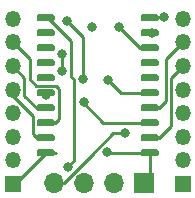
<source format=gtl>
%TF.GenerationSoftware,KiCad,Pcbnew,(5.1.8)-1*%
%TF.CreationDate,2021-05-26T13:43:35+02:00*%
%TF.ProjectId,attnode_v3_micro,6174746e-6f64-4655-9f76-335f6d696372,rev?*%
%TF.SameCoordinates,Original*%
%TF.FileFunction,Copper,L1,Top*%
%TF.FilePolarity,Positive*%
%FSLAX46Y46*%
G04 Gerber Fmt 4.6, Leading zero omitted, Abs format (unit mm)*
G04 Created by KiCad (PCBNEW (5.1.8)-1) date 2021-05-26 13:43:35*
%MOMM*%
%LPD*%
G01*
G04 APERTURE LIST*
%TA.AperFunction,ComponentPad*%
%ADD10O,1.700000X1.700000*%
%TD*%
%TA.AperFunction,ComponentPad*%
%ADD11R,1.700000X1.700000*%
%TD*%
%TA.AperFunction,ComponentPad*%
%ADD12R,1.350000X1.350000*%
%TD*%
%TA.AperFunction,ComponentPad*%
%ADD13O,1.350000X1.350000*%
%TD*%
%TA.AperFunction,ViaPad*%
%ADD14C,0.800000*%
%TD*%
%TA.AperFunction,Conductor*%
%ADD15C,0.250000*%
%TD*%
G04 APERTURE END LIST*
D10*
%TO.P,I2C,4*%
%TO.N,SDA*%
X54330000Y-64930000D03*
%TO.P,I2C,3*%
%TO.N,SCL*%
X56870000Y-64930000D03*
%TO.P,I2C,2*%
%TO.N,GND*%
X59410000Y-64930000D03*
D11*
%TO.P,I2C,1*%
%TO.N,+3V3*%
X61950000Y-64930000D03*
%TD*%
%TO.P,U1,1*%
%TO.N,+3V3*%
%TA.AperFunction,SMDPad,CuDef*%
G36*
G01*
X63185000Y-62215000D02*
X63185000Y-62515000D01*
G75*
G02*
X63035000Y-62665000I-150000J0D01*
G01*
X61785000Y-62665000D01*
G75*
G02*
X61635000Y-62515000I0J150000D01*
G01*
X61635000Y-62215000D01*
G75*
G02*
X61785000Y-62065000I150000J0D01*
G01*
X63035000Y-62065000D01*
G75*
G02*
X63185000Y-62215000I0J-150000D01*
G01*
G37*
%TD.AperFunction*%
%TO.P,U1,2*%
%TO.N,DIO0*%
%TA.AperFunction,SMDPad,CuDef*%
G36*
G01*
X63185000Y-60945000D02*
X63185000Y-61245000D01*
G75*
G02*
X63035000Y-61395000I-150000J0D01*
G01*
X61785000Y-61395000D01*
G75*
G02*
X61635000Y-61245000I0J150000D01*
G01*
X61635000Y-60945000D01*
G75*
G02*
X61785000Y-60795000I150000J0D01*
G01*
X63035000Y-60795000D01*
G75*
G02*
X63185000Y-60945000I0J-150000D01*
G01*
G37*
%TD.AperFunction*%
%TO.P,U1,3*%
%TO.N,NSS*%
%TA.AperFunction,SMDPad,CuDef*%
G36*
G01*
X63185000Y-59675000D02*
X63185000Y-59975000D01*
G75*
G02*
X63035000Y-60125000I-150000J0D01*
G01*
X61785000Y-60125000D01*
G75*
G02*
X61635000Y-59975000I0J150000D01*
G01*
X61635000Y-59675000D01*
G75*
G02*
X61785000Y-59525000I150000J0D01*
G01*
X63035000Y-59525000D01*
G75*
G02*
X63185000Y-59675000I0J-150000D01*
G01*
G37*
%TD.AperFunction*%
%TO.P,U1,4*%
%TO.N,DIO1*%
%TA.AperFunction,SMDPad,CuDef*%
G36*
G01*
X63185000Y-58405000D02*
X63185000Y-58705000D01*
G75*
G02*
X63035000Y-58855000I-150000J0D01*
G01*
X61785000Y-58855000D01*
G75*
G02*
X61635000Y-58705000I0J150000D01*
G01*
X61635000Y-58405000D01*
G75*
G02*
X61785000Y-58255000I150000J0D01*
G01*
X63035000Y-58255000D01*
G75*
G02*
X63185000Y-58405000I0J-150000D01*
G01*
G37*
%TD.AperFunction*%
%TO.P,U1,5*%
%TO.N,LED*%
%TA.AperFunction,SMDPad,CuDef*%
G36*
G01*
X63185000Y-57135000D02*
X63185000Y-57435000D01*
G75*
G02*
X63035000Y-57585000I-150000J0D01*
G01*
X61785000Y-57585000D01*
G75*
G02*
X61635000Y-57435000I0J150000D01*
G01*
X61635000Y-57135000D01*
G75*
G02*
X61785000Y-56985000I150000J0D01*
G01*
X63035000Y-56985000D01*
G75*
G02*
X63185000Y-57135000I0J-150000D01*
G01*
G37*
%TD.AperFunction*%
%TO.P,U1,6*%
%TO.N,N/C*%
%TA.AperFunction,SMDPad,CuDef*%
G36*
G01*
X63185000Y-55865000D02*
X63185000Y-56165000D01*
G75*
G02*
X63035000Y-56315000I-150000J0D01*
G01*
X61785000Y-56315000D01*
G75*
G02*
X61635000Y-56165000I0J150000D01*
G01*
X61635000Y-55865000D01*
G75*
G02*
X61785000Y-55715000I150000J0D01*
G01*
X63035000Y-55715000D01*
G75*
G02*
X63185000Y-55865000I0J-150000D01*
G01*
G37*
%TD.AperFunction*%
%TO.P,U1,7*%
%TA.AperFunction,SMDPad,CuDef*%
G36*
G01*
X63185000Y-54595000D02*
X63185000Y-54895000D01*
G75*
G02*
X63035000Y-55045000I-150000J0D01*
G01*
X61785000Y-55045000D01*
G75*
G02*
X61635000Y-54895000I0J150000D01*
G01*
X61635000Y-54595000D01*
G75*
G02*
X61785000Y-54445000I150000J0D01*
G01*
X63035000Y-54445000D01*
G75*
G02*
X63185000Y-54595000I0J-150000D01*
G01*
G37*
%TD.AperFunction*%
%TO.P,U1,8*%
%TO.N,RX*%
%TA.AperFunction,SMDPad,CuDef*%
G36*
G01*
X63185000Y-53325000D02*
X63185000Y-53625000D01*
G75*
G02*
X63035000Y-53775000I-150000J0D01*
G01*
X61785000Y-53775000D01*
G75*
G02*
X61635000Y-53625000I0J150000D01*
G01*
X61635000Y-53325000D01*
G75*
G02*
X61785000Y-53175000I150000J0D01*
G01*
X63035000Y-53175000D01*
G75*
G02*
X63185000Y-53325000I0J-150000D01*
G01*
G37*
%TD.AperFunction*%
%TO.P,U1,9*%
%TO.N,TX*%
%TA.AperFunction,SMDPad,CuDef*%
G36*
G01*
X63185000Y-52055000D02*
X63185000Y-52355000D01*
G75*
G02*
X63035000Y-52505000I-150000J0D01*
G01*
X61785000Y-52505000D01*
G75*
G02*
X61635000Y-52355000I0J150000D01*
G01*
X61635000Y-52055000D01*
G75*
G02*
X61785000Y-51905000I150000J0D01*
G01*
X63035000Y-51905000D01*
G75*
G02*
X63185000Y-52055000I0J-150000D01*
G01*
G37*
%TD.AperFunction*%
%TO.P,U1,10*%
%TO.N,SDA*%
%TA.AperFunction,SMDPad,CuDef*%
G36*
G01*
X63185000Y-50785000D02*
X63185000Y-51085000D01*
G75*
G02*
X63035000Y-51235000I-150000J0D01*
G01*
X61785000Y-51235000D01*
G75*
G02*
X61635000Y-51085000I0J150000D01*
G01*
X61635000Y-50785000D01*
G75*
G02*
X61785000Y-50635000I150000J0D01*
G01*
X63035000Y-50635000D01*
G75*
G02*
X63185000Y-50785000I0J-150000D01*
G01*
G37*
%TD.AperFunction*%
%TO.P,U1,11*%
%TO.N,SCL*%
%TA.AperFunction,SMDPad,CuDef*%
G36*
G01*
X54385000Y-50785000D02*
X54385000Y-51085000D01*
G75*
G02*
X54235000Y-51235000I-150000J0D01*
G01*
X52985000Y-51235000D01*
G75*
G02*
X52835000Y-51085000I0J150000D01*
G01*
X52835000Y-50785000D01*
G75*
G02*
X52985000Y-50635000I150000J0D01*
G01*
X54235000Y-50635000D01*
G75*
G02*
X54385000Y-50785000I0J-150000D01*
G01*
G37*
%TD.AperFunction*%
%TO.P,U1,12*%
%TO.N,N/C*%
%TA.AperFunction,SMDPad,CuDef*%
G36*
G01*
X54385000Y-52055000D02*
X54385000Y-52355000D01*
G75*
G02*
X54235000Y-52505000I-150000J0D01*
G01*
X52985000Y-52505000D01*
G75*
G02*
X52835000Y-52355000I0J150000D01*
G01*
X52835000Y-52055000D01*
G75*
G02*
X52985000Y-51905000I150000J0D01*
G01*
X54235000Y-51905000D01*
G75*
G02*
X54385000Y-52055000I0J-150000D01*
G01*
G37*
%TD.AperFunction*%
%TO.P,U1,13*%
%TA.AperFunction,SMDPad,CuDef*%
G36*
G01*
X54385000Y-53325000D02*
X54385000Y-53625000D01*
G75*
G02*
X54235000Y-53775000I-150000J0D01*
G01*
X52985000Y-53775000D01*
G75*
G02*
X52835000Y-53625000I0J150000D01*
G01*
X52835000Y-53325000D01*
G75*
G02*
X52985000Y-53175000I150000J0D01*
G01*
X54235000Y-53175000D01*
G75*
G02*
X54385000Y-53325000I0J-150000D01*
G01*
G37*
%TD.AperFunction*%
%TO.P,U1,14*%
%TA.AperFunction,SMDPad,CuDef*%
G36*
G01*
X54385000Y-54595000D02*
X54385000Y-54895000D01*
G75*
G02*
X54235000Y-55045000I-150000J0D01*
G01*
X52985000Y-55045000D01*
G75*
G02*
X52835000Y-54895000I0J150000D01*
G01*
X52835000Y-54595000D01*
G75*
G02*
X52985000Y-54445000I150000J0D01*
G01*
X54235000Y-54445000D01*
G75*
G02*
X54385000Y-54595000I0J-150000D01*
G01*
G37*
%TD.AperFunction*%
%TO.P,U1,15*%
%TA.AperFunction,SMDPad,CuDef*%
G36*
G01*
X54385000Y-55865000D02*
X54385000Y-56165000D01*
G75*
G02*
X54235000Y-56315000I-150000J0D01*
G01*
X52985000Y-56315000D01*
G75*
G02*
X52835000Y-56165000I0J150000D01*
G01*
X52835000Y-55865000D01*
G75*
G02*
X52985000Y-55715000I150000J0D01*
G01*
X54235000Y-55715000D01*
G75*
G02*
X54385000Y-55865000I0J-150000D01*
G01*
G37*
%TD.AperFunction*%
%TO.P,U1,16*%
%TO.N,RST*%
%TA.AperFunction,SMDPad,CuDef*%
G36*
G01*
X54385000Y-57135000D02*
X54385000Y-57435000D01*
G75*
G02*
X54235000Y-57585000I-150000J0D01*
G01*
X52985000Y-57585000D01*
G75*
G02*
X52835000Y-57435000I0J150000D01*
G01*
X52835000Y-57135000D01*
G75*
G02*
X52985000Y-56985000I150000J0D01*
G01*
X54235000Y-56985000D01*
G75*
G02*
X54385000Y-57135000I0J-150000D01*
G01*
G37*
%TD.AperFunction*%
%TO.P,U1,17*%
%TO.N,MOSI*%
%TA.AperFunction,SMDPad,CuDef*%
G36*
G01*
X54385000Y-58405000D02*
X54385000Y-58705000D01*
G75*
G02*
X54235000Y-58855000I-150000J0D01*
G01*
X52985000Y-58855000D01*
G75*
G02*
X52835000Y-58705000I0J150000D01*
G01*
X52835000Y-58405000D01*
G75*
G02*
X52985000Y-58255000I150000J0D01*
G01*
X54235000Y-58255000D01*
G75*
G02*
X54385000Y-58405000I0J-150000D01*
G01*
G37*
%TD.AperFunction*%
%TO.P,U1,18*%
%TO.N,MISO*%
%TA.AperFunction,SMDPad,CuDef*%
G36*
G01*
X54385000Y-59675000D02*
X54385000Y-59975000D01*
G75*
G02*
X54235000Y-60125000I-150000J0D01*
G01*
X52985000Y-60125000D01*
G75*
G02*
X52835000Y-59975000I0J150000D01*
G01*
X52835000Y-59675000D01*
G75*
G02*
X52985000Y-59525000I150000J0D01*
G01*
X54235000Y-59525000D01*
G75*
G02*
X54385000Y-59675000I0J-150000D01*
G01*
G37*
%TD.AperFunction*%
%TO.P,U1,19*%
%TO.N,SCK*%
%TA.AperFunction,SMDPad,CuDef*%
G36*
G01*
X54385000Y-60945000D02*
X54385000Y-61245000D01*
G75*
G02*
X54235000Y-61395000I-150000J0D01*
G01*
X52985000Y-61395000D01*
G75*
G02*
X52835000Y-61245000I0J150000D01*
G01*
X52835000Y-60945000D01*
G75*
G02*
X52985000Y-60795000I150000J0D01*
G01*
X54235000Y-60795000D01*
G75*
G02*
X54385000Y-60945000I0J-150000D01*
G01*
G37*
%TD.AperFunction*%
%TO.P,U1,20*%
%TO.N,GND*%
%TA.AperFunction,SMDPad,CuDef*%
G36*
G01*
X54385000Y-62215000D02*
X54385000Y-62515000D01*
G75*
G02*
X54235000Y-62665000I-150000J0D01*
G01*
X52985000Y-62665000D01*
G75*
G02*
X52835000Y-62515000I0J150000D01*
G01*
X52835000Y-62215000D01*
G75*
G02*
X52985000Y-62065000I150000J0D01*
G01*
X54235000Y-62065000D01*
G75*
G02*
X54385000Y-62215000I0J-150000D01*
G01*
G37*
%TD.AperFunction*%
%TD*%
D12*
%TO.P,J1,1*%
%TO.N,GND*%
X50800000Y-65000000D03*
D13*
%TO.P,J1,2*%
%TO.N,N/C*%
X50800000Y-63000000D03*
%TO.P,J1,3*%
X50800000Y-61000000D03*
%TO.P,J1,4*%
%TO.N,NSS*%
X50800000Y-59000000D03*
%TO.P,J1,5*%
%TO.N,SCK*%
X50800000Y-57000000D03*
%TO.P,J1,6*%
%TO.N,MOSI*%
X50800000Y-55000000D03*
%TO.P,J1,7*%
%TO.N,MISO*%
X50800000Y-53000000D03*
%TO.P,J1,8*%
%TO.N,GND*%
X50800000Y-51000000D03*
%TD*%
%TO.P,J2,8*%
%TO.N,N/C*%
X65200000Y-51000000D03*
%TO.P,J2,7*%
%TO.N,DIO1*%
X65200000Y-53000000D03*
%TO.P,J2,6*%
%TO.N,DIO0*%
X65200000Y-55000000D03*
%TO.P,J2,5*%
%TO.N,+3V3*%
X65200000Y-57000000D03*
%TO.P,J2,4*%
%TO.N,N/C*%
X65200000Y-59000000D03*
%TO.P,J2,3*%
X65200000Y-61000000D03*
%TO.P,J2,2*%
%TO.N,GND*%
X65200000Y-63000000D03*
D12*
%TO.P,J2,1*%
%TO.N,N/C*%
X65200000Y-65000000D03*
%TD*%
D14*
%TO.N,+3V3*%
X58803750Y-62253750D03*
%TO.N,Net-(D1-Pad2)*%
X55410000Y-51230000D03*
X56760000Y-56140000D03*
%TO.N,RST*%
X54990000Y-54020000D03*
X57550000Y-51670000D03*
X54960000Y-55430000D03*
X53600000Y-57470000D03*
%TO.N,NSS*%
X56810000Y-58050000D03*
%TO.N,SCL*%
X55460000Y-63540000D03*
%TO.N,SDA*%
X63640000Y-50860000D03*
X60340000Y-60670000D03*
%TO.N,TX*%
X62620000Y-52190000D03*
%TO.N,RX*%
X59790000Y-51700000D03*
%TO.N,LED*%
X58900000Y-56170000D03*
%TD*%
D15*
%TO.N,*%
X64940000Y-64740000D02*
X65200000Y-65000000D01*
%TO.N,GND*%
X54495000Y-62365000D02*
X53610000Y-62365000D01*
X50975000Y-65000000D02*
X50800000Y-65000000D01*
X53610000Y-62365000D02*
X50975000Y-65000000D01*
%TO.N,+3V3*%
X62410000Y-62365000D02*
X59055000Y-62365000D01*
X59055000Y-62365000D02*
X58900000Y-62210000D01*
X62410000Y-64470000D02*
X61950000Y-64930000D01*
X62410000Y-62365000D02*
X62410000Y-64470000D01*
%TO.N,Net-(D1-Pad2)*%
X56760000Y-56030000D02*
X56760000Y-56140000D01*
X56760000Y-52580000D02*
X56760000Y-56140000D01*
X55410000Y-51230000D02*
X56760000Y-52580000D01*
%TO.N,SCK*%
X52835000Y-61095000D02*
X53610000Y-61095000D01*
X52509990Y-60769990D02*
X52835000Y-61095000D01*
X52509990Y-59229988D02*
X52509990Y-60769990D01*
X50800000Y-57519998D02*
X52509990Y-59229988D01*
X50800000Y-57000000D02*
X50800000Y-57519998D01*
%TO.N,MOSI*%
X51800001Y-56000001D02*
X50800000Y-55000000D01*
X51800001Y-57520001D02*
X51800001Y-56000001D01*
X52835000Y-58555000D02*
X51800001Y-57520001D01*
X53610000Y-58555000D02*
X52835000Y-58555000D01*
%TO.N,MISO*%
X54710010Y-59499990D02*
X54385000Y-59825000D01*
X54710010Y-56938242D02*
X54710010Y-59499990D01*
X54431758Y-56659990D02*
X54710010Y-56938242D01*
X54385000Y-59825000D02*
X53610000Y-59825000D01*
X52788242Y-56659990D02*
X54431758Y-56659990D01*
X52250011Y-56121759D02*
X52788242Y-56659990D01*
X52250011Y-54450011D02*
X52250011Y-56121759D01*
X50800000Y-53000000D02*
X52250011Y-54450011D01*
%TO.N,RST*%
X54960000Y-53680000D02*
X54980000Y-53660000D01*
X54990000Y-55400000D02*
X54960000Y-55430000D01*
X54990000Y-54020000D02*
X54990000Y-55400000D01*
%TO.N,NSS*%
X62410000Y-59825000D02*
X58485000Y-59825000D01*
X58485000Y-59825000D02*
X56830000Y-58170000D01*
%TO.N,DIO0*%
X64199999Y-56000001D02*
X65200000Y-55000000D01*
X64199999Y-60080001D02*
X64199999Y-56000001D01*
X63185000Y-61095000D02*
X64199999Y-60080001D01*
X62410000Y-61095000D02*
X63185000Y-61095000D01*
%TO.N,DIO1*%
X63749989Y-57990011D02*
X63749989Y-54450011D01*
X63749989Y-54450011D02*
X65200000Y-53000000D01*
X63185000Y-58555000D02*
X63749989Y-57990011D01*
X62410000Y-58555000D02*
X63185000Y-58555000D01*
%TO.N,SCL*%
X55740010Y-54219990D02*
X55740010Y-55877008D01*
X56015001Y-62984999D02*
X55460000Y-63540000D01*
X56015001Y-56151999D02*
X56015001Y-62984999D01*
X55740010Y-55877008D02*
X56015001Y-56151999D01*
X55740010Y-52888242D02*
X53791768Y-50940000D01*
X55740010Y-54219990D02*
X55740010Y-52888242D01*
X53791768Y-50940000D02*
X53620000Y-50940000D01*
%TO.N,SDA*%
X59314498Y-60670000D02*
X60340000Y-60670000D01*
X57400998Y-62583500D02*
X59314498Y-60670000D01*
X57400998Y-62660000D02*
X57400998Y-62583500D01*
X55130998Y-64930000D02*
X57400998Y-62660000D01*
X54330000Y-64930000D02*
X55130998Y-64930000D01*
X62440000Y-50860000D02*
X63640000Y-50860000D01*
%TO.N,RX*%
X59790000Y-51700000D02*
X61550000Y-53460000D01*
X61550000Y-53460000D02*
X62340000Y-53460000D01*
X62340000Y-53460000D02*
X62360000Y-53480000D01*
%TO.N,LED*%
X60015000Y-57285000D02*
X62410000Y-57285000D01*
X58900000Y-56170000D02*
X60015000Y-57285000D01*
%TD*%
M02*

</source>
